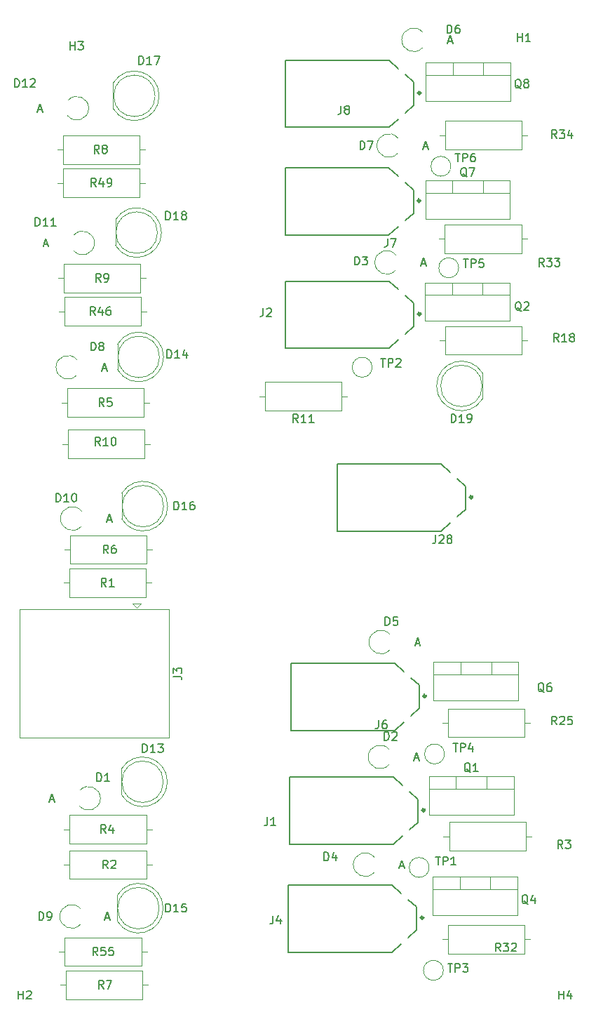
<source format=gto>
G04 #@! TF.GenerationSoftware,KiCad,Pcbnew,(6.0.5)*
G04 #@! TF.CreationDate,2023-06-10T16:45:34-04:00*
G04 #@! TF.ProjectId,CaelusRocketPCB,4361656c-7573-4526-9f63-6b6574504342,rev?*
G04 #@! TF.SameCoordinates,Original*
G04 #@! TF.FileFunction,Legend,Top*
G04 #@! TF.FilePolarity,Positive*
%FSLAX46Y46*%
G04 Gerber Fmt 4.6, Leading zero omitted, Abs format (unit mm)*
G04 Created by KiCad (PCBNEW (6.0.5)) date 2023-06-10 16:45:34*
%MOMM*%
%LPD*%
G01*
G04 APERTURE LIST*
%ADD10C,0.150000*%
%ADD11C,0.120000*%
%ADD12C,0.127000*%
%ADD13C,0.300000*%
%ADD14C,1.600000*%
%ADD15O,1.600000X1.600000*%
%ADD16R,1.800000X1.800000*%
%ADD17O,1.800000X1.800000*%
%ADD18C,5.000000*%
%ADD19R,1.905000X2.000000*%
%ADD20O,1.905000X2.000000*%
%ADD21C,2.000000*%
%ADD22R,5.516000X5.516000*%
%ADD23C,5.516000*%
%ADD24C,1.800000*%
%ADD25C,3.200000*%
%ADD26R,1.500000X1.500000*%
%ADD27C,1.500000*%
G04 APERTURE END LIST*
D10*
X143833333Y-141202380D02*
X143500000Y-140726190D01*
X143261904Y-141202380D02*
X143261904Y-140202380D01*
X143642857Y-140202380D01*
X143738095Y-140250000D01*
X143785714Y-140297619D01*
X143833333Y-140392857D01*
X143833333Y-140535714D01*
X143785714Y-140630952D01*
X143738095Y-140678571D01*
X143642857Y-140726190D01*
X143261904Y-140726190D01*
X144690476Y-140202380D02*
X144500000Y-140202380D01*
X144404761Y-140250000D01*
X144357142Y-140297619D01*
X144261904Y-140440476D01*
X144214285Y-140630952D01*
X144214285Y-141011904D01*
X144261904Y-141107142D01*
X144309523Y-141154761D01*
X144404761Y-141202380D01*
X144595238Y-141202380D01*
X144690476Y-141154761D01*
X144738095Y-141107142D01*
X144785714Y-141011904D01*
X144785714Y-140773809D01*
X144738095Y-140678571D01*
X144690476Y-140630952D01*
X144595238Y-140583333D01*
X144404761Y-140583333D01*
X144309523Y-140630952D01*
X144261904Y-140678571D01*
X144214285Y-140773809D01*
X137535714Y-134982380D02*
X137535714Y-133982380D01*
X137773809Y-133982380D01*
X137916666Y-134030000D01*
X138011904Y-134125238D01*
X138059523Y-134220476D01*
X138107142Y-134410952D01*
X138107142Y-134553809D01*
X138059523Y-134744285D01*
X138011904Y-134839523D01*
X137916666Y-134934761D01*
X137773809Y-134982380D01*
X137535714Y-134982380D01*
X139059523Y-134982380D02*
X138488095Y-134982380D01*
X138773809Y-134982380D02*
X138773809Y-133982380D01*
X138678571Y-134125238D01*
X138583333Y-134220476D01*
X138488095Y-134268095D01*
X139678571Y-133982380D02*
X139773809Y-133982380D01*
X139869047Y-134030000D01*
X139916666Y-134077619D01*
X139964285Y-134172857D01*
X140011904Y-134363333D01*
X140011904Y-134601428D01*
X139964285Y-134791904D01*
X139916666Y-134887142D01*
X139869047Y-134934761D01*
X139773809Y-134982380D01*
X139678571Y-134982380D01*
X139583333Y-134934761D01*
X139535714Y-134887142D01*
X139488095Y-134791904D01*
X139440476Y-134601428D01*
X139440476Y-134363333D01*
X139488095Y-134172857D01*
X139535714Y-134077619D01*
X139583333Y-134030000D01*
X139678571Y-133982380D01*
X143701904Y-137166666D02*
X144178095Y-137166666D01*
X143606666Y-137452380D02*
X143940000Y-136452380D01*
X144273333Y-137452380D01*
X173593148Y-106392135D02*
X173593148Y-105392135D01*
X173831244Y-105392135D01*
X173974101Y-105439755D01*
X174069339Y-105534993D01*
X174116958Y-105630231D01*
X174164577Y-105820707D01*
X174164577Y-105963564D01*
X174116958Y-106154040D01*
X174069339Y-106249278D01*
X173974101Y-106344516D01*
X173831244Y-106392135D01*
X173593148Y-106392135D01*
X174497910Y-105392135D02*
X175116958Y-105392135D01*
X174783624Y-105773088D01*
X174926482Y-105773088D01*
X175021720Y-105820707D01*
X175069339Y-105868326D01*
X175116958Y-105963564D01*
X175116958Y-106201659D01*
X175069339Y-106296897D01*
X175021720Y-106344516D01*
X174926482Y-106392135D01*
X174640767Y-106392135D01*
X174545529Y-106344516D01*
X174497910Y-106296897D01*
X181657148Y-106266421D02*
X182133339Y-106266421D01*
X181561910Y-106552135D02*
X181895244Y-105552135D01*
X182228577Y-106552135D01*
X196458120Y-106582380D02*
X196124787Y-106106190D01*
X195886692Y-106582380D02*
X195886692Y-105582380D01*
X196267644Y-105582380D01*
X196362882Y-105630000D01*
X196410501Y-105677619D01*
X196458120Y-105772857D01*
X196458120Y-105915714D01*
X196410501Y-106010952D01*
X196362882Y-106058571D01*
X196267644Y-106106190D01*
X195886692Y-106106190D01*
X196791454Y-105582380D02*
X197410501Y-105582380D01*
X197077168Y-105963333D01*
X197220025Y-105963333D01*
X197315263Y-106010952D01*
X197362882Y-106058571D01*
X197410501Y-106153809D01*
X197410501Y-106391904D01*
X197362882Y-106487142D01*
X197315263Y-106534761D01*
X197220025Y-106582380D01*
X196934311Y-106582380D01*
X196839073Y-106534761D01*
X196791454Y-106487142D01*
X197743835Y-105582380D02*
X198362882Y-105582380D01*
X198029549Y-105963333D01*
X198172406Y-105963333D01*
X198267644Y-106010952D01*
X198315263Y-106058571D01*
X198362882Y-106153809D01*
X198362882Y-106391904D01*
X198315263Y-106487142D01*
X198267644Y-106534761D01*
X198172406Y-106582380D01*
X197886692Y-106582380D01*
X197791454Y-106534761D01*
X197743835Y-106487142D01*
X139238095Y-80452380D02*
X139238095Y-79452380D01*
X139238095Y-79928571D02*
X139809523Y-79928571D01*
X139809523Y-80452380D02*
X139809523Y-79452380D01*
X140190476Y-79452380D02*
X140809523Y-79452380D01*
X140476190Y-79833333D01*
X140619047Y-79833333D01*
X140714285Y-79880952D01*
X140761904Y-79928571D01*
X140809523Y-80023809D01*
X140809523Y-80261904D01*
X140761904Y-80357142D01*
X140714285Y-80404761D01*
X140619047Y-80452380D01*
X140333333Y-80452380D01*
X140238095Y-80404761D01*
X140190476Y-80357142D01*
X194525840Y-183515619D02*
X194430602Y-183468000D01*
X194335364Y-183372761D01*
X194192507Y-183229904D01*
X194097269Y-183182285D01*
X194002031Y-183182285D01*
X194049650Y-183420380D02*
X193954412Y-183372761D01*
X193859174Y-183277523D01*
X193811555Y-183087047D01*
X193811555Y-182753714D01*
X193859174Y-182563238D01*
X193954412Y-182468000D01*
X194049650Y-182420380D01*
X194240126Y-182420380D01*
X194335364Y-182468000D01*
X194430602Y-182563238D01*
X194478221Y-182753714D01*
X194478221Y-183087047D01*
X194430602Y-183277523D01*
X194335364Y-183372761D01*
X194240126Y-183420380D01*
X194049650Y-183420380D01*
X195335364Y-182753714D02*
X195335364Y-183420380D01*
X195097269Y-182372761D02*
X194859174Y-183087047D01*
X195478221Y-183087047D01*
X142857142Y-128202380D02*
X142523809Y-127726190D01*
X142285714Y-128202380D02*
X142285714Y-127202380D01*
X142666666Y-127202380D01*
X142761904Y-127250000D01*
X142809523Y-127297619D01*
X142857142Y-127392857D01*
X142857142Y-127535714D01*
X142809523Y-127630952D01*
X142761904Y-127678571D01*
X142666666Y-127726190D01*
X142285714Y-127726190D01*
X143809523Y-128202380D02*
X143238095Y-128202380D01*
X143523809Y-128202380D02*
X143523809Y-127202380D01*
X143428571Y-127345238D01*
X143333333Y-127440476D01*
X143238095Y-127488095D01*
X144428571Y-127202380D02*
X144523809Y-127202380D01*
X144619047Y-127250000D01*
X144666666Y-127297619D01*
X144714285Y-127392857D01*
X144761904Y-127583333D01*
X144761904Y-127821428D01*
X144714285Y-128011904D01*
X144666666Y-128107142D01*
X144619047Y-128154761D01*
X144523809Y-128202380D01*
X144428571Y-128202380D01*
X144333333Y-128154761D01*
X144285714Y-128107142D01*
X144238095Y-128011904D01*
X144190476Y-127821428D01*
X144190476Y-127583333D01*
X144238095Y-127392857D01*
X144285714Y-127297619D01*
X144333333Y-127250000D01*
X144428571Y-127202380D01*
X198238095Y-194952380D02*
X198238095Y-193952380D01*
X198238095Y-194428571D02*
X198809523Y-194428571D01*
X198809523Y-194952380D02*
X198809523Y-193952380D01*
X199714285Y-194285714D02*
X199714285Y-194952380D01*
X199476190Y-193904761D02*
X199238095Y-194619047D01*
X199857142Y-194619047D01*
X185472295Y-164102580D02*
X186043723Y-164102580D01*
X185758009Y-165102580D02*
X185758009Y-164102580D01*
X186377057Y-165102580D02*
X186377057Y-164102580D01*
X186758009Y-164102580D01*
X186853247Y-164150200D01*
X186900866Y-164197819D01*
X186948485Y-164293057D01*
X186948485Y-164435914D01*
X186900866Y-164531152D01*
X186853247Y-164578771D01*
X186758009Y-164626390D01*
X186377057Y-164626390D01*
X187805628Y-164435914D02*
X187805628Y-165102580D01*
X187567533Y-164054961D02*
X187329438Y-164769247D01*
X187948485Y-164769247D01*
X162540758Y-111631807D02*
X162540758Y-112346588D01*
X162493106Y-112489544D01*
X162397802Y-112584848D01*
X162254846Y-112632500D01*
X162159542Y-112632500D01*
X162969627Y-111727111D02*
X163017279Y-111679459D01*
X163112583Y-111631807D01*
X163350843Y-111631807D01*
X163446147Y-111679459D01*
X163493799Y-111727111D01*
X163541451Y-111822415D01*
X163541451Y-111917719D01*
X163493799Y-112060675D01*
X162921975Y-112632500D01*
X163541451Y-112632500D01*
X174261904Y-92452380D02*
X174261904Y-91452380D01*
X174500000Y-91452380D01*
X174642857Y-91500000D01*
X174738095Y-91595238D01*
X174785714Y-91690476D01*
X174833333Y-91880952D01*
X174833333Y-92023809D01*
X174785714Y-92214285D01*
X174738095Y-92309523D01*
X174642857Y-92404761D01*
X174500000Y-92452380D01*
X174261904Y-92452380D01*
X175166666Y-91452380D02*
X175833333Y-91452380D01*
X175404761Y-92452380D01*
X181902882Y-92166666D02*
X182379073Y-92166666D01*
X181807644Y-92452380D02*
X182140978Y-91452380D01*
X182474311Y-92452380D01*
X151785714Y-135952380D02*
X151785714Y-134952380D01*
X152023809Y-134952380D01*
X152166666Y-135000000D01*
X152261904Y-135095238D01*
X152309523Y-135190476D01*
X152357142Y-135380952D01*
X152357142Y-135523809D01*
X152309523Y-135714285D01*
X152261904Y-135809523D01*
X152166666Y-135904761D01*
X152023809Y-135952380D01*
X151785714Y-135952380D01*
X153309523Y-135952380D02*
X152738095Y-135952380D01*
X153023809Y-135952380D02*
X153023809Y-134952380D01*
X152928571Y-135095238D01*
X152833333Y-135190476D01*
X152738095Y-135238095D01*
X154166666Y-134952380D02*
X153976190Y-134952380D01*
X153880952Y-135000000D01*
X153833333Y-135047619D01*
X153738095Y-135190476D01*
X153690476Y-135380952D01*
X153690476Y-135761904D01*
X153738095Y-135857142D01*
X153785714Y-135904761D01*
X153880952Y-135952380D01*
X154071428Y-135952380D01*
X154166666Y-135904761D01*
X154214285Y-135857142D01*
X154261904Y-135761904D01*
X154261904Y-135523809D01*
X154214285Y-135428571D01*
X154166666Y-135380952D01*
X154071428Y-135333333D01*
X153880952Y-135333333D01*
X153785714Y-135380952D01*
X153738095Y-135428571D01*
X153690476Y-135523809D01*
X166757142Y-125422380D02*
X166423809Y-124946190D01*
X166185714Y-125422380D02*
X166185714Y-124422380D01*
X166566666Y-124422380D01*
X166661904Y-124470000D01*
X166709523Y-124517619D01*
X166757142Y-124612857D01*
X166757142Y-124755714D01*
X166709523Y-124850952D01*
X166661904Y-124898571D01*
X166566666Y-124946190D01*
X166185714Y-124946190D01*
X167709523Y-125422380D02*
X167138095Y-125422380D01*
X167423809Y-125422380D02*
X167423809Y-124422380D01*
X167328571Y-124565238D01*
X167233333Y-124660476D01*
X167138095Y-124708095D01*
X168661904Y-125422380D02*
X168090476Y-125422380D01*
X168376190Y-125422380D02*
X168376190Y-124422380D01*
X168280952Y-124565238D01*
X168185714Y-124660476D01*
X168090476Y-124708095D01*
X150785714Y-184452380D02*
X150785714Y-183452380D01*
X151023809Y-183452380D01*
X151166666Y-183500000D01*
X151261904Y-183595238D01*
X151309523Y-183690476D01*
X151357142Y-183880952D01*
X151357142Y-184023809D01*
X151309523Y-184214285D01*
X151261904Y-184309523D01*
X151166666Y-184404761D01*
X151023809Y-184452380D01*
X150785714Y-184452380D01*
X152309523Y-184452380D02*
X151738095Y-184452380D01*
X152023809Y-184452380D02*
X152023809Y-183452380D01*
X151928571Y-183595238D01*
X151833333Y-183690476D01*
X151738095Y-183738095D01*
X153214285Y-183452380D02*
X152738095Y-183452380D01*
X152690476Y-183928571D01*
X152738095Y-183880952D01*
X152833333Y-183833333D01*
X153071428Y-183833333D01*
X153166666Y-183880952D01*
X153214285Y-183928571D01*
X153261904Y-184023809D01*
X153261904Y-184261904D01*
X153214285Y-184357142D01*
X153166666Y-184404761D01*
X153071428Y-184452380D01*
X152833333Y-184452380D01*
X152738095Y-184404761D01*
X152690476Y-184357142D01*
X142933333Y-108452380D02*
X142600000Y-107976190D01*
X142361904Y-108452380D02*
X142361904Y-107452380D01*
X142742857Y-107452380D01*
X142838095Y-107500000D01*
X142885714Y-107547619D01*
X142933333Y-107642857D01*
X142933333Y-107785714D01*
X142885714Y-107880952D01*
X142838095Y-107928571D01*
X142742857Y-107976190D01*
X142361904Y-107976190D01*
X143409523Y-108452380D02*
X143600000Y-108452380D01*
X143695238Y-108404761D01*
X143742857Y-108357142D01*
X143838095Y-108214285D01*
X143885714Y-108023809D01*
X143885714Y-107642857D01*
X143838095Y-107547619D01*
X143790476Y-107500000D01*
X143695238Y-107452380D01*
X143504761Y-107452380D01*
X143409523Y-107500000D01*
X143361904Y-107547619D01*
X143314285Y-107642857D01*
X143314285Y-107880952D01*
X143361904Y-107976190D01*
X143409523Y-108023809D01*
X143504761Y-108071428D01*
X143695238Y-108071428D01*
X143790476Y-108023809D01*
X143838095Y-107976190D01*
X143885714Y-107880952D01*
X132535714Y-84952380D02*
X132535714Y-83952380D01*
X132773809Y-83952380D01*
X132916666Y-84000000D01*
X133011904Y-84095238D01*
X133059523Y-84190476D01*
X133107142Y-84380952D01*
X133107142Y-84523809D01*
X133059523Y-84714285D01*
X133011904Y-84809523D01*
X132916666Y-84904761D01*
X132773809Y-84952380D01*
X132535714Y-84952380D01*
X134059523Y-84952380D02*
X133488095Y-84952380D01*
X133773809Y-84952380D02*
X133773809Y-83952380D01*
X133678571Y-84095238D01*
X133583333Y-84190476D01*
X133488095Y-84238095D01*
X134440476Y-84047619D02*
X134488095Y-84000000D01*
X134583333Y-83952380D01*
X134821428Y-83952380D01*
X134916666Y-84000000D01*
X134964285Y-84047619D01*
X135011904Y-84142857D01*
X135011904Y-84238095D01*
X134964285Y-84380952D01*
X134392857Y-84952380D01*
X135011904Y-84952380D01*
X135366904Y-87666666D02*
X135843095Y-87666666D01*
X135271666Y-87952380D02*
X135605000Y-86952380D01*
X135938333Y-87952380D01*
X187572840Y-167611108D02*
X187477602Y-167563489D01*
X187382364Y-167468250D01*
X187239507Y-167325393D01*
X187144269Y-167277774D01*
X187049031Y-167277774D01*
X187096650Y-167515869D02*
X187001412Y-167468250D01*
X186906174Y-167373012D01*
X186858555Y-167182536D01*
X186858555Y-166849203D01*
X186906174Y-166658727D01*
X187001412Y-166563489D01*
X187096650Y-166515869D01*
X187287126Y-166515869D01*
X187382364Y-166563489D01*
X187477602Y-166658727D01*
X187525221Y-166849203D01*
X187525221Y-167182536D01*
X187477602Y-167373012D01*
X187382364Y-167468250D01*
X187287126Y-167515869D01*
X187096650Y-167515869D01*
X188477602Y-167515869D02*
X187906174Y-167515869D01*
X188191888Y-167515869D02*
X188191888Y-166515869D01*
X188096650Y-166658727D01*
X188001412Y-166753965D01*
X187906174Y-166801584D01*
X198711412Y-176785869D02*
X198378079Y-176309679D01*
X198139983Y-176785869D02*
X198139983Y-175785869D01*
X198520936Y-175785869D01*
X198616174Y-175833489D01*
X198663793Y-175881108D01*
X198711412Y-175976346D01*
X198711412Y-176119203D01*
X198663793Y-176214441D01*
X198616174Y-176262060D01*
X198520936Y-176309679D01*
X198139983Y-176309679D01*
X199044745Y-175785869D02*
X199663793Y-175785869D01*
X199330459Y-176166822D01*
X199473317Y-176166822D01*
X199568555Y-176214441D01*
X199616174Y-176262060D01*
X199663793Y-176357298D01*
X199663793Y-176595393D01*
X199616174Y-176690631D01*
X199568555Y-176738250D01*
X199473317Y-176785869D01*
X199187602Y-176785869D01*
X199092364Y-176738250D01*
X199044745Y-176690631D01*
X150785714Y-100952380D02*
X150785714Y-99952380D01*
X151023809Y-99952380D01*
X151166666Y-100000000D01*
X151261904Y-100095238D01*
X151309523Y-100190476D01*
X151357142Y-100380952D01*
X151357142Y-100523809D01*
X151309523Y-100714285D01*
X151261904Y-100809523D01*
X151166666Y-100904761D01*
X151023809Y-100952380D01*
X150785714Y-100952380D01*
X152309523Y-100952380D02*
X151738095Y-100952380D01*
X152023809Y-100952380D02*
X152023809Y-99952380D01*
X151928571Y-100095238D01*
X151833333Y-100190476D01*
X151738095Y-100238095D01*
X152880952Y-100380952D02*
X152785714Y-100333333D01*
X152738095Y-100285714D01*
X152690476Y-100190476D01*
X152690476Y-100142857D01*
X152738095Y-100047619D01*
X152785714Y-100000000D01*
X152880952Y-99952380D01*
X153071428Y-99952380D01*
X153166666Y-100000000D01*
X153214285Y-100047619D01*
X153261904Y-100142857D01*
X153261904Y-100190476D01*
X153214285Y-100285714D01*
X153166666Y-100333333D01*
X153071428Y-100380952D01*
X152880952Y-100380952D01*
X152785714Y-100428571D01*
X152738095Y-100476190D01*
X152690476Y-100571428D01*
X152690476Y-100761904D01*
X152738095Y-100857142D01*
X152785714Y-100904761D01*
X152880952Y-100952380D01*
X153071428Y-100952380D01*
X153166666Y-100904761D01*
X153214285Y-100857142D01*
X153261904Y-100761904D01*
X153261904Y-100571428D01*
X153214285Y-100476190D01*
X153166666Y-100428571D01*
X153071428Y-100380952D01*
X163726435Y-184900001D02*
X163726435Y-185614782D01*
X163678783Y-185757738D01*
X163583479Y-185853042D01*
X163440523Y-185900694D01*
X163345219Y-185900694D01*
X164631824Y-185233565D02*
X164631824Y-185900694D01*
X164393564Y-184852349D02*
X164155304Y-185567130D01*
X164774780Y-185567130D01*
X177181904Y-163732380D02*
X177181904Y-162732380D01*
X177420000Y-162732380D01*
X177562857Y-162780000D01*
X177658095Y-162875238D01*
X177705714Y-162970476D01*
X177753333Y-163160952D01*
X177753333Y-163303809D01*
X177705714Y-163494285D01*
X177658095Y-163589523D01*
X177562857Y-163684761D01*
X177420000Y-163732380D01*
X177181904Y-163732380D01*
X178134285Y-162827619D02*
X178181904Y-162780000D01*
X178277142Y-162732380D01*
X178515238Y-162732380D01*
X178610476Y-162780000D01*
X178658095Y-162827619D01*
X178705714Y-162922857D01*
X178705714Y-163018095D01*
X178658095Y-163160952D01*
X178086666Y-163732380D01*
X178705714Y-163732380D01*
X180851904Y-165916666D02*
X181328095Y-165916666D01*
X180756666Y-166202380D02*
X181090000Y-165202380D01*
X181423333Y-166202380D01*
X143543333Y-174952380D02*
X143210000Y-174476190D01*
X142971904Y-174952380D02*
X142971904Y-173952380D01*
X143352857Y-173952380D01*
X143448095Y-174000000D01*
X143495714Y-174047619D01*
X143543333Y-174142857D01*
X143543333Y-174285714D01*
X143495714Y-174380952D01*
X143448095Y-174428571D01*
X143352857Y-174476190D01*
X142971904Y-174476190D01*
X144400476Y-174285714D02*
X144400476Y-174952380D01*
X144162380Y-173904761D02*
X143924285Y-174619047D01*
X144543333Y-174619047D01*
X143793333Y-179202380D02*
X143460000Y-178726190D01*
X143221904Y-179202380D02*
X143221904Y-178202380D01*
X143602857Y-178202380D01*
X143698095Y-178250000D01*
X143745714Y-178297619D01*
X143793333Y-178392857D01*
X143793333Y-178535714D01*
X143745714Y-178630952D01*
X143698095Y-178678571D01*
X143602857Y-178726190D01*
X143221904Y-178726190D01*
X144174285Y-178297619D02*
X144221904Y-178250000D01*
X144317142Y-178202380D01*
X144555238Y-178202380D01*
X144650476Y-178250000D01*
X144698095Y-178297619D01*
X144745714Y-178392857D01*
X144745714Y-178488095D01*
X144698095Y-178630952D01*
X144126666Y-179202380D01*
X144745714Y-179202380D01*
X135471904Y-185452380D02*
X135471904Y-184452380D01*
X135710000Y-184452380D01*
X135852857Y-184500000D01*
X135948095Y-184595238D01*
X135995714Y-184690476D01*
X136043333Y-184880952D01*
X136043333Y-185023809D01*
X135995714Y-185214285D01*
X135948095Y-185309523D01*
X135852857Y-185404761D01*
X135710000Y-185452380D01*
X135471904Y-185452380D01*
X136519523Y-185452380D02*
X136710000Y-185452380D01*
X136805238Y-185404761D01*
X136852857Y-185357142D01*
X136948095Y-185214285D01*
X136995714Y-185023809D01*
X136995714Y-184642857D01*
X136948095Y-184547619D01*
X136900476Y-184500000D01*
X136805238Y-184452380D01*
X136614761Y-184452380D01*
X136519523Y-184500000D01*
X136471904Y-184547619D01*
X136424285Y-184642857D01*
X136424285Y-184880952D01*
X136471904Y-184976190D01*
X136519523Y-185023809D01*
X136614761Y-185071428D01*
X136805238Y-185071428D01*
X136900476Y-185023809D01*
X136948095Y-184976190D01*
X136995714Y-184880952D01*
X143471904Y-185166666D02*
X143948095Y-185166666D01*
X143376666Y-185452380D02*
X143710000Y-184452380D01*
X144043333Y-185452380D01*
X142357142Y-96952380D02*
X142023809Y-96476190D01*
X141785714Y-96952380D02*
X141785714Y-95952380D01*
X142166666Y-95952380D01*
X142261904Y-96000000D01*
X142309523Y-96047619D01*
X142357142Y-96142857D01*
X142357142Y-96285714D01*
X142309523Y-96380952D01*
X142261904Y-96428571D01*
X142166666Y-96476190D01*
X141785714Y-96476190D01*
X143214285Y-96285714D02*
X143214285Y-96952380D01*
X142976190Y-95904761D02*
X142738095Y-96619047D01*
X143357142Y-96619047D01*
X143785714Y-96952380D02*
X143976190Y-96952380D01*
X144071428Y-96904761D01*
X144119047Y-96857142D01*
X144214285Y-96714285D01*
X144261904Y-96523809D01*
X144261904Y-96142857D01*
X144214285Y-96047619D01*
X144166666Y-96000000D01*
X144071428Y-95952380D01*
X143880952Y-95952380D01*
X143785714Y-96000000D01*
X143738095Y-96047619D01*
X143690476Y-96142857D01*
X143690476Y-96380952D01*
X143738095Y-96476190D01*
X143785714Y-96523809D01*
X143880952Y-96571428D01*
X144071428Y-96571428D01*
X144166666Y-96523809D01*
X144214285Y-96476190D01*
X144261904Y-96380952D01*
X143583333Y-145202380D02*
X143250000Y-144726190D01*
X143011904Y-145202380D02*
X143011904Y-144202380D01*
X143392857Y-144202380D01*
X143488095Y-144250000D01*
X143535714Y-144297619D01*
X143583333Y-144392857D01*
X143583333Y-144535714D01*
X143535714Y-144630952D01*
X143488095Y-144678571D01*
X143392857Y-144726190D01*
X143011904Y-144726190D01*
X144535714Y-145202380D02*
X143964285Y-145202380D01*
X144250000Y-145202380D02*
X144250000Y-144202380D01*
X144154761Y-144345238D01*
X144059523Y-144440476D01*
X143964285Y-144488095D01*
X185265714Y-125412380D02*
X185265714Y-124412380D01*
X185503809Y-124412380D01*
X185646666Y-124460000D01*
X185741904Y-124555238D01*
X185789523Y-124650476D01*
X185837142Y-124840952D01*
X185837142Y-124983809D01*
X185789523Y-125174285D01*
X185741904Y-125269523D01*
X185646666Y-125364761D01*
X185503809Y-125412380D01*
X185265714Y-125412380D01*
X186789523Y-125412380D02*
X186218095Y-125412380D01*
X186503809Y-125412380D02*
X186503809Y-124412380D01*
X186408571Y-124555238D01*
X186313333Y-124650476D01*
X186218095Y-124698095D01*
X187265714Y-125412380D02*
X187456190Y-125412380D01*
X187551428Y-125364761D01*
X187599047Y-125317142D01*
X187694285Y-125174285D01*
X187741904Y-124983809D01*
X187741904Y-124602857D01*
X187694285Y-124507619D01*
X187646666Y-124460000D01*
X187551428Y-124412380D01*
X187360952Y-124412380D01*
X187265714Y-124460000D01*
X187218095Y-124507619D01*
X187170476Y-124602857D01*
X187170476Y-124840952D01*
X187218095Y-124936190D01*
X187265714Y-124983809D01*
X187360952Y-125031428D01*
X187551428Y-125031428D01*
X187646666Y-124983809D01*
X187694285Y-124936190D01*
X187741904Y-124840952D01*
X191207142Y-189202380D02*
X190873809Y-188726190D01*
X190635714Y-189202380D02*
X190635714Y-188202380D01*
X191016666Y-188202380D01*
X191111904Y-188250000D01*
X191159523Y-188297619D01*
X191207142Y-188392857D01*
X191207142Y-188535714D01*
X191159523Y-188630952D01*
X191111904Y-188678571D01*
X191016666Y-188726190D01*
X190635714Y-188726190D01*
X191540476Y-188202380D02*
X192159523Y-188202380D01*
X191826190Y-188583333D01*
X191969047Y-188583333D01*
X192064285Y-188630952D01*
X192111904Y-188678571D01*
X192159523Y-188773809D01*
X192159523Y-189011904D01*
X192111904Y-189107142D01*
X192064285Y-189154761D01*
X191969047Y-189202380D01*
X191683333Y-189202380D01*
X191588095Y-189154761D01*
X191540476Y-189107142D01*
X192540476Y-188297619D02*
X192588095Y-188250000D01*
X192683333Y-188202380D01*
X192921428Y-188202380D01*
X193016666Y-188250000D01*
X193064285Y-188297619D01*
X193111904Y-188392857D01*
X193111904Y-188488095D01*
X193064285Y-188630952D01*
X192492857Y-189202380D01*
X193111904Y-189202380D01*
X142733333Y-92952380D02*
X142400000Y-92476190D01*
X142161904Y-92952380D02*
X142161904Y-91952380D01*
X142542857Y-91952380D01*
X142638095Y-92000000D01*
X142685714Y-92047619D01*
X142733333Y-92142857D01*
X142733333Y-92285714D01*
X142685714Y-92380952D01*
X142638095Y-92428571D01*
X142542857Y-92476190D01*
X142161904Y-92476190D01*
X143304761Y-92380952D02*
X143209523Y-92333333D01*
X143161904Y-92285714D01*
X143114285Y-92190476D01*
X143114285Y-92142857D01*
X143161904Y-92047619D01*
X143209523Y-92000000D01*
X143304761Y-91952380D01*
X143495238Y-91952380D01*
X143590476Y-92000000D01*
X143638095Y-92047619D01*
X143685714Y-92142857D01*
X143685714Y-92190476D01*
X143638095Y-92285714D01*
X143590476Y-92333333D01*
X143495238Y-92380952D01*
X143304761Y-92380952D01*
X143209523Y-92428571D01*
X143161904Y-92476190D01*
X143114285Y-92571428D01*
X143114285Y-92761904D01*
X143161904Y-92857142D01*
X143209523Y-92904761D01*
X143304761Y-92952380D01*
X143495238Y-92952380D01*
X143590476Y-92904761D01*
X143638095Y-92857142D01*
X143685714Y-92761904D01*
X143685714Y-92571428D01*
X143638095Y-92476190D01*
X143590476Y-92428571D01*
X143495238Y-92380952D01*
X142257142Y-112452380D02*
X141923809Y-111976190D01*
X141685714Y-112452380D02*
X141685714Y-111452380D01*
X142066666Y-111452380D01*
X142161904Y-111500000D01*
X142209523Y-111547619D01*
X142257142Y-111642857D01*
X142257142Y-111785714D01*
X142209523Y-111880952D01*
X142161904Y-111928571D01*
X142066666Y-111976190D01*
X141685714Y-111976190D01*
X143114285Y-111785714D02*
X143114285Y-112452380D01*
X142876190Y-111404761D02*
X142638095Y-112119047D01*
X143257142Y-112119047D01*
X144066666Y-111452380D02*
X143876190Y-111452380D01*
X143780952Y-111500000D01*
X143733333Y-111547619D01*
X143638095Y-111690476D01*
X143590476Y-111880952D01*
X143590476Y-112261904D01*
X143638095Y-112357142D01*
X143685714Y-112404761D01*
X143780952Y-112452380D01*
X143971428Y-112452380D01*
X144066666Y-112404761D01*
X144114285Y-112357142D01*
X144161904Y-112261904D01*
X144161904Y-112023809D01*
X144114285Y-111928571D01*
X144066666Y-111880952D01*
X143971428Y-111833333D01*
X143780952Y-111833333D01*
X143685714Y-111880952D01*
X143638095Y-111928571D01*
X143590476Y-112023809D01*
X193694761Y-85129619D02*
X193599523Y-85082000D01*
X193504285Y-84986761D01*
X193361428Y-84843904D01*
X193266190Y-84796285D01*
X193170952Y-84796285D01*
X193218571Y-85034380D02*
X193123333Y-84986761D01*
X193028095Y-84891523D01*
X192980476Y-84701047D01*
X192980476Y-84367714D01*
X193028095Y-84177238D01*
X193123333Y-84082000D01*
X193218571Y-84034380D01*
X193409047Y-84034380D01*
X193504285Y-84082000D01*
X193599523Y-84177238D01*
X193647142Y-84367714D01*
X193647142Y-84701047D01*
X193599523Y-84891523D01*
X193504285Y-84986761D01*
X193409047Y-85034380D01*
X193218571Y-85034380D01*
X194218571Y-84462952D02*
X194123333Y-84415333D01*
X194075714Y-84367714D01*
X194028095Y-84272476D01*
X194028095Y-84224857D01*
X194075714Y-84129619D01*
X194123333Y-84082000D01*
X194218571Y-84034380D01*
X194409047Y-84034380D01*
X194504285Y-84082000D01*
X194551904Y-84129619D01*
X194599523Y-84224857D01*
X194599523Y-84272476D01*
X194551904Y-84367714D01*
X194504285Y-84415333D01*
X194409047Y-84462952D01*
X194218571Y-84462952D01*
X194123333Y-84510571D01*
X194075714Y-84558190D01*
X194028095Y-84653428D01*
X194028095Y-84843904D01*
X194075714Y-84939142D01*
X194123333Y-84986761D01*
X194218571Y-85034380D01*
X194409047Y-85034380D01*
X194504285Y-84986761D01*
X194551904Y-84939142D01*
X194599523Y-84843904D01*
X194599523Y-84653428D01*
X194551904Y-84558190D01*
X194504285Y-84510571D01*
X194409047Y-84462952D01*
X197985342Y-161846580D02*
X197652009Y-161370390D01*
X197413914Y-161846580D02*
X197413914Y-160846580D01*
X197794866Y-160846580D01*
X197890104Y-160894200D01*
X197937723Y-160941819D01*
X197985342Y-161037057D01*
X197985342Y-161179914D01*
X197937723Y-161275152D01*
X197890104Y-161322771D01*
X197794866Y-161370390D01*
X197413914Y-161370390D01*
X198366295Y-160941819D02*
X198413914Y-160894200D01*
X198509152Y-160846580D01*
X198747247Y-160846580D01*
X198842485Y-160894200D01*
X198890104Y-160941819D01*
X198937723Y-161037057D01*
X198937723Y-161132295D01*
X198890104Y-161275152D01*
X198318676Y-161846580D01*
X198937723Y-161846580D01*
X199842485Y-160846580D02*
X199366295Y-160846580D01*
X199318676Y-161322771D01*
X199366295Y-161275152D01*
X199461533Y-161227533D01*
X199699628Y-161227533D01*
X199794866Y-161275152D01*
X199842485Y-161322771D01*
X199890104Y-161418009D01*
X199890104Y-161656104D01*
X199842485Y-161751342D01*
X199794866Y-161798961D01*
X199699628Y-161846580D01*
X199461533Y-161846580D01*
X199366295Y-161798961D01*
X199318676Y-161751342D01*
X143333333Y-123452380D02*
X143000000Y-122976190D01*
X142761904Y-123452380D02*
X142761904Y-122452380D01*
X143142857Y-122452380D01*
X143238095Y-122500000D01*
X143285714Y-122547619D01*
X143333333Y-122642857D01*
X143333333Y-122785714D01*
X143285714Y-122880952D01*
X143238095Y-122928571D01*
X143142857Y-122976190D01*
X142761904Y-122976190D01*
X144238095Y-122452380D02*
X143761904Y-122452380D01*
X143714285Y-122928571D01*
X143761904Y-122880952D01*
X143857142Y-122833333D01*
X144095238Y-122833333D01*
X144190476Y-122880952D01*
X144238095Y-122928571D01*
X144285714Y-123023809D01*
X144285714Y-123261904D01*
X144238095Y-123357142D01*
X144190476Y-123404761D01*
X144095238Y-123452380D01*
X143857142Y-123452380D01*
X143761904Y-123404761D01*
X143714285Y-123357142D01*
X185738095Y-92952380D02*
X186309523Y-92952380D01*
X186023809Y-93952380D02*
X186023809Y-92952380D01*
X186642857Y-93952380D02*
X186642857Y-92952380D01*
X187023809Y-92952380D01*
X187119047Y-93000000D01*
X187166666Y-93047619D01*
X187214285Y-93142857D01*
X187214285Y-93285714D01*
X187166666Y-93380952D01*
X187119047Y-93428571D01*
X187023809Y-93476190D01*
X186642857Y-93476190D01*
X188071428Y-92952380D02*
X187880952Y-92952380D01*
X187785714Y-93000000D01*
X187738095Y-93047619D01*
X187642857Y-93190476D01*
X187595238Y-93380952D01*
X187595238Y-93761904D01*
X187642857Y-93857142D01*
X187690476Y-93904761D01*
X187785714Y-93952380D01*
X187976190Y-93952380D01*
X188071428Y-93904761D01*
X188119047Y-93857142D01*
X188166666Y-93761904D01*
X188166666Y-93523809D01*
X188119047Y-93428571D01*
X188071428Y-93380952D01*
X187976190Y-93333333D01*
X187785714Y-93333333D01*
X187690476Y-93380952D01*
X187642857Y-93428571D01*
X187595238Y-93523809D01*
X193238095Y-79452380D02*
X193238095Y-78452380D01*
X193238095Y-78928571D02*
X193809523Y-78928571D01*
X193809523Y-79452380D02*
X193809523Y-78452380D01*
X194809523Y-79452380D02*
X194238095Y-79452380D01*
X194523809Y-79452380D02*
X194523809Y-78452380D01*
X194428571Y-78595238D01*
X194333333Y-78690476D01*
X194238095Y-78738095D01*
X177545833Y-103240491D02*
X177545833Y-103955272D01*
X177498181Y-104098228D01*
X177402877Y-104193532D01*
X177259921Y-104241184D01*
X177164617Y-104241184D01*
X177927050Y-103240491D02*
X178594178Y-103240491D01*
X178165310Y-104241184D01*
X169906904Y-178268380D02*
X169906904Y-177268380D01*
X170145000Y-177268380D01*
X170287857Y-177316000D01*
X170383095Y-177411238D01*
X170430714Y-177506476D01*
X170478333Y-177696952D01*
X170478333Y-177839809D01*
X170430714Y-178030285D01*
X170383095Y-178125523D01*
X170287857Y-178220761D01*
X170145000Y-178268380D01*
X169906904Y-178268380D01*
X171335476Y-177601714D02*
X171335476Y-178268380D01*
X171097380Y-177220761D02*
X170859285Y-177935047D01*
X171478333Y-177935047D01*
X179051904Y-178916666D02*
X179528095Y-178916666D01*
X178956666Y-179202380D02*
X179290000Y-178202380D01*
X179623333Y-179202380D01*
X183368335Y-138990491D02*
X183368335Y-139705272D01*
X183320683Y-139848228D01*
X183225379Y-139943532D01*
X183082422Y-139991184D01*
X182987118Y-139991184D01*
X183797203Y-139085795D02*
X183844855Y-139038143D01*
X183940159Y-138990491D01*
X184178420Y-138990491D01*
X184273724Y-139038143D01*
X184321376Y-139085795D01*
X184369028Y-139181099D01*
X184369028Y-139276403D01*
X184321376Y-139419359D01*
X183749551Y-139991184D01*
X184369028Y-139991184D01*
X184940852Y-139419359D02*
X184845548Y-139371707D01*
X184797896Y-139324055D01*
X184750244Y-139228751D01*
X184750244Y-139181099D01*
X184797896Y-139085795D01*
X184845548Y-139038143D01*
X184940852Y-138990491D01*
X185131460Y-138990491D01*
X185226765Y-139038143D01*
X185274417Y-139085795D01*
X185322069Y-139181099D01*
X185322069Y-139228751D01*
X185274417Y-139324055D01*
X185226765Y-139371707D01*
X185131460Y-139419359D01*
X184940852Y-139419359D01*
X184845548Y-139467011D01*
X184797896Y-139514663D01*
X184750244Y-139609968D01*
X184750244Y-139800576D01*
X184797896Y-139895880D01*
X184845548Y-139943532D01*
X184940852Y-139991184D01*
X185131460Y-139991184D01*
X185226765Y-139943532D01*
X185274417Y-139895880D01*
X185322069Y-139800576D01*
X185322069Y-139609968D01*
X185274417Y-139514663D01*
X185226765Y-139467011D01*
X185131460Y-139419359D01*
X197985142Y-91130380D02*
X197651809Y-90654190D01*
X197413714Y-91130380D02*
X197413714Y-90130380D01*
X197794666Y-90130380D01*
X197889904Y-90178000D01*
X197937523Y-90225619D01*
X197985142Y-90320857D01*
X197985142Y-90463714D01*
X197937523Y-90558952D01*
X197889904Y-90606571D01*
X197794666Y-90654190D01*
X197413714Y-90654190D01*
X198318476Y-90130380D02*
X198937523Y-90130380D01*
X198604190Y-90511333D01*
X198747047Y-90511333D01*
X198842285Y-90558952D01*
X198889904Y-90606571D01*
X198937523Y-90701809D01*
X198937523Y-90939904D01*
X198889904Y-91035142D01*
X198842285Y-91082761D01*
X198747047Y-91130380D01*
X198461333Y-91130380D01*
X198366095Y-91082761D01*
X198318476Y-91035142D01*
X199794666Y-90463714D02*
X199794666Y-91130380D01*
X199556571Y-90082761D02*
X199318476Y-90797047D01*
X199937523Y-90797047D01*
X142471904Y-168702380D02*
X142471904Y-167702380D01*
X142710000Y-167702380D01*
X142852857Y-167750000D01*
X142948095Y-167845238D01*
X142995714Y-167940476D01*
X143043333Y-168130952D01*
X143043333Y-168273809D01*
X142995714Y-168464285D01*
X142948095Y-168559523D01*
X142852857Y-168654761D01*
X142710000Y-168702380D01*
X142471904Y-168702380D01*
X143995714Y-168702380D02*
X143424285Y-168702380D01*
X143710000Y-168702380D02*
X143710000Y-167702380D01*
X143614761Y-167845238D01*
X143519523Y-167940476D01*
X143424285Y-167988095D01*
X136781904Y-170916666D02*
X137258095Y-170916666D01*
X136686666Y-171202380D02*
X137020000Y-170202380D01*
X137353333Y-171202380D01*
X147535714Y-82202380D02*
X147535714Y-81202380D01*
X147773809Y-81202380D01*
X147916666Y-81250000D01*
X148011904Y-81345238D01*
X148059523Y-81440476D01*
X148107142Y-81630952D01*
X148107142Y-81773809D01*
X148059523Y-81964285D01*
X148011904Y-82059523D01*
X147916666Y-82154761D01*
X147773809Y-82202380D01*
X147535714Y-82202380D01*
X149059523Y-82202380D02*
X148488095Y-82202380D01*
X148773809Y-82202380D02*
X148773809Y-81202380D01*
X148678571Y-81345238D01*
X148583333Y-81440476D01*
X148488095Y-81488095D01*
X149392857Y-81202380D02*
X150059523Y-81202380D01*
X149630952Y-82202380D01*
X176738095Y-117702380D02*
X177309523Y-117702380D01*
X177023809Y-118702380D02*
X177023809Y-117702380D01*
X177642857Y-118702380D02*
X177642857Y-117702380D01*
X178023809Y-117702380D01*
X178119047Y-117750000D01*
X178166666Y-117797619D01*
X178214285Y-117892857D01*
X178214285Y-118035714D01*
X178166666Y-118130952D01*
X178119047Y-118178571D01*
X178023809Y-118226190D01*
X177642857Y-118226190D01*
X178595238Y-117797619D02*
X178642857Y-117750000D01*
X178738095Y-117702380D01*
X178976190Y-117702380D01*
X179071428Y-117750000D01*
X179119047Y-117797619D01*
X179166666Y-117892857D01*
X179166666Y-117988095D01*
X179119047Y-118130952D01*
X178547619Y-118702380D01*
X179166666Y-118702380D01*
X150931714Y-117642380D02*
X150931714Y-116642380D01*
X151169809Y-116642380D01*
X151312666Y-116690000D01*
X151407904Y-116785238D01*
X151455523Y-116880476D01*
X151503142Y-117070952D01*
X151503142Y-117213809D01*
X151455523Y-117404285D01*
X151407904Y-117499523D01*
X151312666Y-117594761D01*
X151169809Y-117642380D01*
X150931714Y-117642380D01*
X152455523Y-117642380D02*
X151884095Y-117642380D01*
X152169809Y-117642380D02*
X152169809Y-116642380D01*
X152074571Y-116785238D01*
X151979333Y-116880476D01*
X151884095Y-116928095D01*
X153312666Y-116975714D02*
X153312666Y-117642380D01*
X153074571Y-116594761D02*
X152836476Y-117309047D01*
X153455523Y-117309047D01*
X198216221Y-115679431D02*
X197882888Y-115203241D01*
X197644793Y-115679431D02*
X197644793Y-114679431D01*
X198025745Y-114679431D01*
X198120983Y-114727051D01*
X198168602Y-114774670D01*
X198216221Y-114869908D01*
X198216221Y-115012765D01*
X198168602Y-115108003D01*
X198120983Y-115155622D01*
X198025745Y-115203241D01*
X197644793Y-115203241D01*
X199168602Y-115679431D02*
X198597174Y-115679431D01*
X198882888Y-115679431D02*
X198882888Y-114679431D01*
X198787650Y-114822289D01*
X198692412Y-114917527D01*
X198597174Y-114965146D01*
X199740031Y-115108003D02*
X199644793Y-115060384D01*
X199597174Y-115012765D01*
X199549555Y-114917527D01*
X199549555Y-114869908D01*
X199597174Y-114774670D01*
X199644793Y-114727051D01*
X199740031Y-114679431D01*
X199930507Y-114679431D01*
X200025745Y-114727051D01*
X200073364Y-114774670D01*
X200120983Y-114869908D01*
X200120983Y-114917527D01*
X200073364Y-115012765D01*
X200025745Y-115060384D01*
X199930507Y-115108003D01*
X199740031Y-115108003D01*
X199644793Y-115155622D01*
X199597174Y-115203241D01*
X199549555Y-115298479D01*
X199549555Y-115488955D01*
X199597174Y-115584193D01*
X199644793Y-115631812D01*
X199740031Y-115679431D01*
X199930507Y-115679431D01*
X200025745Y-115631812D01*
X200073364Y-115584193D01*
X200120983Y-115488955D01*
X200120983Y-115298479D01*
X200073364Y-115203241D01*
X200025745Y-115155622D01*
X199930507Y-115108003D01*
X151702380Y-156028333D02*
X152416666Y-156028333D01*
X152559523Y-156075952D01*
X152654761Y-156171190D01*
X152702380Y-156314047D01*
X152702380Y-156409285D01*
X151702380Y-155647380D02*
X151702380Y-155028333D01*
X152083333Y-155361666D01*
X152083333Y-155218809D01*
X152130952Y-155123571D01*
X152178571Y-155075952D01*
X152273809Y-155028333D01*
X152511904Y-155028333D01*
X152607142Y-155075952D01*
X152654761Y-155123571D01*
X152702380Y-155218809D01*
X152702380Y-155504523D01*
X152654761Y-155599761D01*
X152607142Y-155647380D01*
X147995714Y-165202380D02*
X147995714Y-164202380D01*
X148233809Y-164202380D01*
X148376666Y-164250000D01*
X148471904Y-164345238D01*
X148519523Y-164440476D01*
X148567142Y-164630952D01*
X148567142Y-164773809D01*
X148519523Y-164964285D01*
X148471904Y-165059523D01*
X148376666Y-165154761D01*
X148233809Y-165202380D01*
X147995714Y-165202380D01*
X149519523Y-165202380D02*
X148948095Y-165202380D01*
X149233809Y-165202380D02*
X149233809Y-164202380D01*
X149138571Y-164345238D01*
X149043333Y-164440476D01*
X148948095Y-164488095D01*
X149852857Y-164202380D02*
X150471904Y-164202380D01*
X150138571Y-164583333D01*
X150281428Y-164583333D01*
X150376666Y-164630952D01*
X150424285Y-164678571D01*
X150471904Y-164773809D01*
X150471904Y-165011904D01*
X150424285Y-165107142D01*
X150376666Y-165154761D01*
X150281428Y-165202380D01*
X149995714Y-165202380D01*
X149900476Y-165154761D01*
X149852857Y-165107142D01*
X193723084Y-111966425D02*
X193627846Y-111918806D01*
X193532608Y-111823567D01*
X193389751Y-111680710D01*
X193294513Y-111633091D01*
X193199275Y-111633091D01*
X193246894Y-111871186D02*
X193151656Y-111823567D01*
X193056418Y-111728329D01*
X193008799Y-111537853D01*
X193008799Y-111204520D01*
X193056418Y-111014044D01*
X193151656Y-110918806D01*
X193246894Y-110871186D01*
X193437370Y-110871186D01*
X193532608Y-110918806D01*
X193627846Y-111014044D01*
X193675465Y-111204520D01*
X193675465Y-111537853D01*
X193627846Y-111728329D01*
X193532608Y-111823567D01*
X193437370Y-111871186D01*
X193246894Y-111871186D01*
X194056418Y-110966425D02*
X194104037Y-110918806D01*
X194199275Y-110871186D01*
X194437370Y-110871186D01*
X194532608Y-110918806D01*
X194580227Y-110966425D01*
X194627846Y-111061663D01*
X194627846Y-111156901D01*
X194580227Y-111299758D01*
X194008799Y-111871186D01*
X194627846Y-111871186D01*
X177280104Y-149880580D02*
X177280104Y-148880580D01*
X177518200Y-148880580D01*
X177661057Y-148928200D01*
X177756295Y-149023438D01*
X177803914Y-149118676D01*
X177851533Y-149309152D01*
X177851533Y-149452009D01*
X177803914Y-149642485D01*
X177756295Y-149737723D01*
X177661057Y-149832961D01*
X177518200Y-149880580D01*
X177280104Y-149880580D01*
X178756295Y-148880580D02*
X178280104Y-148880580D01*
X178232485Y-149356771D01*
X178280104Y-149309152D01*
X178375342Y-149261533D01*
X178613438Y-149261533D01*
X178708676Y-149309152D01*
X178756295Y-149356771D01*
X178803914Y-149452009D01*
X178803914Y-149690104D01*
X178756295Y-149785342D01*
X178708676Y-149832961D01*
X178613438Y-149880580D01*
X178375342Y-149880580D01*
X178280104Y-149832961D01*
X178232485Y-149785342D01*
X180950104Y-152064866D02*
X181426295Y-152064866D01*
X180854866Y-152350580D02*
X181188200Y-151350580D01*
X181521533Y-152350580D01*
X135035714Y-101702380D02*
X135035714Y-100702380D01*
X135273809Y-100702380D01*
X135416666Y-100750000D01*
X135511904Y-100845238D01*
X135559523Y-100940476D01*
X135607142Y-101130952D01*
X135607142Y-101273809D01*
X135559523Y-101464285D01*
X135511904Y-101559523D01*
X135416666Y-101654761D01*
X135273809Y-101702380D01*
X135035714Y-101702380D01*
X136559523Y-101702380D02*
X135988095Y-101702380D01*
X136273809Y-101702380D02*
X136273809Y-100702380D01*
X136178571Y-100845238D01*
X136083333Y-100940476D01*
X135988095Y-100988095D01*
X137511904Y-101702380D02*
X136940476Y-101702380D01*
X137226190Y-101702380D02*
X137226190Y-100702380D01*
X137130952Y-100845238D01*
X137035714Y-100940476D01*
X136940476Y-100988095D01*
X136071904Y-103916666D02*
X136548095Y-103916666D01*
X135976666Y-104202380D02*
X136310000Y-103202380D01*
X136643333Y-104202380D01*
X163044514Y-173035490D02*
X163044514Y-173750271D01*
X162996862Y-173893227D01*
X162901558Y-173988531D01*
X162758602Y-174036183D01*
X162663298Y-174036183D01*
X164045207Y-174036183D02*
X163473383Y-174036183D01*
X163759295Y-174036183D02*
X163759295Y-173035490D01*
X163663991Y-173178446D01*
X163568687Y-173273750D01*
X163473383Y-173321402D01*
X196464961Y-157941819D02*
X196369723Y-157894200D01*
X196274485Y-157798961D01*
X196131628Y-157656104D01*
X196036390Y-157608485D01*
X195941152Y-157608485D01*
X195988771Y-157846580D02*
X195893533Y-157798961D01*
X195798295Y-157703723D01*
X195750676Y-157513247D01*
X195750676Y-157179914D01*
X195798295Y-156989438D01*
X195893533Y-156894200D01*
X195988771Y-156846580D01*
X196179247Y-156846580D01*
X196274485Y-156894200D01*
X196369723Y-156989438D01*
X196417342Y-157179914D01*
X196417342Y-157513247D01*
X196369723Y-157703723D01*
X196274485Y-157798961D01*
X196179247Y-157846580D01*
X195988771Y-157846580D01*
X197274485Y-156846580D02*
X197084009Y-156846580D01*
X196988771Y-156894200D01*
X196941152Y-156941819D01*
X196845914Y-157084676D01*
X196798295Y-157275152D01*
X196798295Y-157656104D01*
X196845914Y-157751342D01*
X196893533Y-157798961D01*
X196988771Y-157846580D01*
X197179247Y-157846580D01*
X197274485Y-157798961D01*
X197322104Y-157751342D01*
X197369723Y-157656104D01*
X197369723Y-157418009D01*
X197322104Y-157322771D01*
X197274485Y-157275152D01*
X197179247Y-157227533D01*
X196988771Y-157227533D01*
X196893533Y-157275152D01*
X196845914Y-157322771D01*
X196798295Y-157418009D01*
X183366174Y-177785869D02*
X183937602Y-177785869D01*
X183651888Y-178785869D02*
X183651888Y-177785869D01*
X184270936Y-178785869D02*
X184270936Y-177785869D01*
X184651888Y-177785869D01*
X184747126Y-177833489D01*
X184794745Y-177881108D01*
X184842364Y-177976346D01*
X184842364Y-178119203D01*
X184794745Y-178214441D01*
X184747126Y-178262060D01*
X184651888Y-178309679D01*
X184270936Y-178309679D01*
X185794745Y-178785869D02*
X185223317Y-178785869D01*
X185509031Y-178785869D02*
X185509031Y-177785869D01*
X185413793Y-177928727D01*
X185318555Y-178023965D01*
X185223317Y-178071584D01*
X143261333Y-193702380D02*
X142928000Y-193226190D01*
X142689904Y-193702380D02*
X142689904Y-192702380D01*
X143070857Y-192702380D01*
X143166095Y-192750000D01*
X143213714Y-192797619D01*
X143261333Y-192892857D01*
X143261333Y-193035714D01*
X143213714Y-193130952D01*
X143166095Y-193178571D01*
X143070857Y-193226190D01*
X142689904Y-193226190D01*
X143594666Y-192702380D02*
X144261333Y-192702380D01*
X143832761Y-193702380D01*
X186737073Y-105694380D02*
X187308501Y-105694380D01*
X187022787Y-106694380D02*
X187022787Y-105694380D01*
X187641835Y-106694380D02*
X187641835Y-105694380D01*
X188022787Y-105694380D01*
X188118025Y-105742000D01*
X188165644Y-105789619D01*
X188213263Y-105884857D01*
X188213263Y-106027714D01*
X188165644Y-106122952D01*
X188118025Y-106170571D01*
X188022787Y-106218190D01*
X187641835Y-106218190D01*
X189118025Y-105694380D02*
X188641835Y-105694380D01*
X188594216Y-106170571D01*
X188641835Y-106122952D01*
X188737073Y-106075333D01*
X188975168Y-106075333D01*
X189070406Y-106122952D01*
X189118025Y-106170571D01*
X189165644Y-106265809D01*
X189165644Y-106503904D01*
X189118025Y-106599142D01*
X189070406Y-106646761D01*
X188975168Y-106694380D01*
X188737073Y-106694380D01*
X188641835Y-106646761D01*
X188594216Y-106599142D01*
X132988095Y-194952380D02*
X132988095Y-193952380D01*
X132988095Y-194428571D02*
X133559523Y-194428571D01*
X133559523Y-194952380D02*
X133559523Y-193952380D01*
X133988095Y-194047619D02*
X134035714Y-194000000D01*
X134130952Y-193952380D01*
X134369047Y-193952380D01*
X134464285Y-194000000D01*
X134511904Y-194047619D01*
X134559523Y-194142857D01*
X134559523Y-194238095D01*
X134511904Y-194380952D01*
X133940476Y-194952380D01*
X134559523Y-194952380D01*
X141761904Y-116732380D02*
X141761904Y-115732380D01*
X142000000Y-115732380D01*
X142142857Y-115780000D01*
X142238095Y-115875238D01*
X142285714Y-115970476D01*
X142333333Y-116160952D01*
X142333333Y-116303809D01*
X142285714Y-116494285D01*
X142238095Y-116589523D01*
X142142857Y-116684761D01*
X142000000Y-116732380D01*
X141761904Y-116732380D01*
X142904761Y-116160952D02*
X142809523Y-116113333D01*
X142761904Y-116065714D01*
X142714285Y-115970476D01*
X142714285Y-115922857D01*
X142761904Y-115827619D01*
X142809523Y-115780000D01*
X142904761Y-115732380D01*
X143095238Y-115732380D01*
X143190476Y-115780000D01*
X143238095Y-115827619D01*
X143285714Y-115922857D01*
X143285714Y-115970476D01*
X143238095Y-116065714D01*
X143190476Y-116113333D01*
X143095238Y-116160952D01*
X142904761Y-116160952D01*
X142809523Y-116208571D01*
X142761904Y-116256190D01*
X142714285Y-116351428D01*
X142714285Y-116541904D01*
X142761904Y-116637142D01*
X142809523Y-116684761D01*
X142904761Y-116732380D01*
X143095238Y-116732380D01*
X143190476Y-116684761D01*
X143238095Y-116637142D01*
X143285714Y-116541904D01*
X143285714Y-116351428D01*
X143238095Y-116256190D01*
X143190476Y-116208571D01*
X143095238Y-116160952D01*
X143156904Y-118916666D02*
X143633095Y-118916666D01*
X143061666Y-119202380D02*
X143395000Y-118202380D01*
X143728333Y-119202380D01*
X171948935Y-87202001D02*
X171948935Y-87916782D01*
X171901283Y-88059738D01*
X171805979Y-88155042D01*
X171663023Y-88202694D01*
X171567719Y-88202694D01*
X172568412Y-87630869D02*
X172473108Y-87583217D01*
X172425456Y-87535565D01*
X172377804Y-87440261D01*
X172377804Y-87392609D01*
X172425456Y-87297305D01*
X172473108Y-87249653D01*
X172568412Y-87202001D01*
X172759020Y-87202001D01*
X172854324Y-87249653D01*
X172901976Y-87297305D01*
X172949628Y-87392609D01*
X172949628Y-87440261D01*
X172901976Y-87535565D01*
X172854324Y-87583217D01*
X172759020Y-87630869D01*
X172568412Y-87630869D01*
X172473108Y-87678521D01*
X172425456Y-87726173D01*
X172377804Y-87821478D01*
X172377804Y-88012086D01*
X172425456Y-88107390D01*
X172473108Y-88155042D01*
X172568412Y-88202694D01*
X172759020Y-88202694D01*
X172854324Y-88155042D01*
X172901976Y-88107390D01*
X172949628Y-88012086D01*
X172949628Y-87821478D01*
X172901976Y-87726173D01*
X172854324Y-87678521D01*
X172759020Y-87630869D01*
X142567142Y-189702380D02*
X142233809Y-189226190D01*
X141995714Y-189702380D02*
X141995714Y-188702380D01*
X142376666Y-188702380D01*
X142471904Y-188750000D01*
X142519523Y-188797619D01*
X142567142Y-188892857D01*
X142567142Y-189035714D01*
X142519523Y-189130952D01*
X142471904Y-189178571D01*
X142376666Y-189226190D01*
X141995714Y-189226190D01*
X143471904Y-188702380D02*
X142995714Y-188702380D01*
X142948095Y-189178571D01*
X142995714Y-189130952D01*
X143090952Y-189083333D01*
X143329047Y-189083333D01*
X143424285Y-189130952D01*
X143471904Y-189178571D01*
X143519523Y-189273809D01*
X143519523Y-189511904D01*
X143471904Y-189607142D01*
X143424285Y-189654761D01*
X143329047Y-189702380D01*
X143090952Y-189702380D01*
X142995714Y-189654761D01*
X142948095Y-189607142D01*
X144424285Y-188702380D02*
X143948095Y-188702380D01*
X143900476Y-189178571D01*
X143948095Y-189130952D01*
X144043333Y-189083333D01*
X144281428Y-189083333D01*
X144376666Y-189130952D01*
X144424285Y-189178571D01*
X144471904Y-189273809D01*
X144471904Y-189511904D01*
X144424285Y-189607142D01*
X144376666Y-189654761D01*
X144281428Y-189702380D01*
X144043333Y-189702380D01*
X143948095Y-189654761D01*
X143900476Y-189607142D01*
X184761904Y-78452380D02*
X184761904Y-77452380D01*
X185000000Y-77452380D01*
X185142857Y-77500000D01*
X185238095Y-77595238D01*
X185285714Y-77690476D01*
X185333333Y-77880952D01*
X185333333Y-78023809D01*
X185285714Y-78214285D01*
X185238095Y-78309523D01*
X185142857Y-78404761D01*
X185000000Y-78452380D01*
X184761904Y-78452380D01*
X186190476Y-77452380D02*
X186000000Y-77452380D01*
X185904761Y-77500000D01*
X185857142Y-77547619D01*
X185761904Y-77690476D01*
X185714285Y-77880952D01*
X185714285Y-78261904D01*
X185761904Y-78357142D01*
X185809523Y-78404761D01*
X185904761Y-78452380D01*
X186095238Y-78452380D01*
X186190476Y-78404761D01*
X186238095Y-78357142D01*
X186285714Y-78261904D01*
X186285714Y-78023809D01*
X186238095Y-77928571D01*
X186190476Y-77880952D01*
X186095238Y-77833333D01*
X185904761Y-77833333D01*
X185809523Y-77880952D01*
X185761904Y-77928571D01*
X185714285Y-78023809D01*
X184906904Y-79416666D02*
X185383095Y-79416666D01*
X184811666Y-79702380D02*
X185145000Y-78702380D01*
X185478333Y-79702380D01*
X176484635Y-161344201D02*
X176484635Y-162058982D01*
X176436983Y-162201938D01*
X176341679Y-162297242D01*
X176198723Y-162344894D01*
X176103419Y-162344894D01*
X177390024Y-161344201D02*
X177199416Y-161344201D01*
X177104112Y-161391853D01*
X177056460Y-161439505D01*
X176961156Y-161582461D01*
X176913504Y-161773069D01*
X176913504Y-162154286D01*
X176961156Y-162249590D01*
X177008808Y-162297242D01*
X177104112Y-162344894D01*
X177294720Y-162344894D01*
X177390024Y-162297242D01*
X177437676Y-162249590D01*
X177485328Y-162154286D01*
X177485328Y-161916026D01*
X177437676Y-161820721D01*
X177390024Y-161773069D01*
X177294720Y-161725417D01*
X177104112Y-161725417D01*
X177008808Y-161773069D01*
X176961156Y-161820721D01*
X176913504Y-161916026D01*
X184838095Y-190702380D02*
X185409523Y-190702380D01*
X185123809Y-191702380D02*
X185123809Y-190702380D01*
X185742857Y-191702380D02*
X185742857Y-190702380D01*
X186123809Y-190702380D01*
X186219047Y-190750000D01*
X186266666Y-190797619D01*
X186314285Y-190892857D01*
X186314285Y-191035714D01*
X186266666Y-191130952D01*
X186219047Y-191178571D01*
X186123809Y-191226190D01*
X185742857Y-191226190D01*
X186647619Y-190702380D02*
X187266666Y-190702380D01*
X186933333Y-191083333D01*
X187076190Y-191083333D01*
X187171428Y-191130952D01*
X187219047Y-191178571D01*
X187266666Y-191273809D01*
X187266666Y-191511904D01*
X187219047Y-191607142D01*
X187171428Y-191654761D01*
X187076190Y-191702380D01*
X186790476Y-191702380D01*
X186695238Y-191654761D01*
X186647619Y-191607142D01*
X187145739Y-95777619D02*
X187050501Y-95730000D01*
X186955263Y-95634761D01*
X186812406Y-95491904D01*
X186717168Y-95444285D01*
X186621930Y-95444285D01*
X186669549Y-95682380D02*
X186574311Y-95634761D01*
X186479073Y-95539523D01*
X186431454Y-95349047D01*
X186431454Y-95015714D01*
X186479073Y-94825238D01*
X186574311Y-94730000D01*
X186669549Y-94682380D01*
X186860025Y-94682380D01*
X186955263Y-94730000D01*
X187050501Y-94825238D01*
X187098120Y-95015714D01*
X187098120Y-95349047D01*
X187050501Y-95539523D01*
X186955263Y-95634761D01*
X186860025Y-95682380D01*
X186669549Y-95682380D01*
X187431454Y-94682380D02*
X188098120Y-94682380D01*
X187669549Y-95682380D01*
D11*
X139230000Y-142470000D02*
X148470000Y-142470000D01*
X148470000Y-139030000D02*
X139230000Y-139030000D01*
X149160000Y-140750000D02*
X148470000Y-140750000D01*
X139230000Y-139030000D02*
X139230000Y-142470000D01*
X138540000Y-140750000D02*
X139230000Y-140750000D01*
X148470000Y-142470000D02*
X148470000Y-139030000D01*
X140613239Y-136100000D02*
G75*
G03*
X140553850Y-137968866I-1113239J-900000D01*
G01*
X178568483Y-105199755D02*
G75*
G03*
X178509094Y-107068621I-1113239J-900000D01*
G01*
X194410978Y-103250000D02*
X193720978Y-103250000D01*
X183790978Y-103250000D02*
X184480978Y-103250000D01*
X184480978Y-104970000D02*
X193720978Y-104970000D01*
X184480978Y-101530000D02*
X184480978Y-104970000D01*
X193720978Y-101530000D02*
X184480978Y-101530000D01*
X193720978Y-104970000D02*
X193720978Y-101530000D01*
X183020000Y-180230000D02*
X193260000Y-180230000D01*
X189991000Y-180230000D02*
X189991000Y-181740000D01*
X183020000Y-184871000D02*
X193260000Y-184871000D01*
X193260000Y-180230000D02*
X193260000Y-184871000D01*
X183020000Y-181740000D02*
X193260000Y-181740000D01*
X186290000Y-180230000D02*
X186290000Y-181740000D01*
X183020000Y-180230000D02*
X183020000Y-184871000D01*
X148220000Y-126280000D02*
X138980000Y-126280000D01*
X138290000Y-128000000D02*
X138980000Y-128000000D01*
X138980000Y-126280000D02*
X138980000Y-129720000D01*
X148910000Y-128000000D02*
X148220000Y-128000000D01*
X138980000Y-129720000D02*
X148220000Y-129720000D01*
X148220000Y-129720000D02*
X148220000Y-126280000D01*
X184434200Y-165398200D02*
G75*
G03*
X184434200Y-165398200I-1200000J0D01*
G01*
D12*
X177745244Y-108354755D02*
X178875244Y-109354755D01*
X180745244Y-111004755D02*
X179725244Y-110104755D01*
X177745244Y-116454755D02*
X178875244Y-115454755D01*
X165245244Y-108354755D02*
X177745244Y-108354755D01*
X180745244Y-111004755D02*
X180745244Y-113804755D01*
X180745244Y-113804755D02*
X179725244Y-114704755D01*
X177745244Y-116454755D02*
X165245244Y-116454755D01*
X165245244Y-116454755D02*
X165245244Y-108354755D01*
D13*
X181545244Y-112304755D02*
G75*
G03*
X181545244Y-112304755I-150000J0D01*
G01*
D11*
X178814217Y-91100000D02*
G75*
G03*
X178754828Y-92968866I-1113239J-900000D01*
G01*
X145460000Y-133955000D02*
X145460000Y-137045000D01*
X145460000Y-137044830D02*
G75*
G03*
X151010000Y-135499538I2560000J1544830D01*
G01*
X151010000Y-135500462D02*
G75*
G03*
X145460000Y-133955170I-2990000J462D01*
G01*
X150520000Y-135500000D02*
G75*
G03*
X150520000Y-135500000I-2500000J0D01*
G01*
X172710000Y-122250000D02*
X172020000Y-122250000D01*
X172020000Y-120530000D02*
X162780000Y-120530000D01*
X172020000Y-123970000D02*
X172020000Y-120530000D01*
X162780000Y-120530000D02*
X162780000Y-123970000D01*
X162090000Y-122250000D02*
X162780000Y-122250000D01*
X162780000Y-123970000D02*
X172020000Y-123970000D01*
X144920000Y-182455000D02*
X144920000Y-185545000D01*
X150470000Y-184000462D02*
G75*
G03*
X144920000Y-182455170I-2990000J462D01*
G01*
X144920000Y-185544830D02*
G75*
G03*
X150470000Y-183999538I2560000J1544830D01*
G01*
X149980000Y-184000000D02*
G75*
G03*
X149980000Y-184000000I-2500000J0D01*
G01*
X147720000Y-106280000D02*
X138480000Y-106280000D01*
X137790000Y-108000000D02*
X138480000Y-108000000D01*
X138480000Y-106280000D02*
X138480000Y-109720000D01*
X147720000Y-109720000D02*
X147720000Y-106280000D01*
X148410000Y-108000000D02*
X147720000Y-108000000D01*
X138480000Y-109720000D02*
X147720000Y-109720000D01*
X138931761Y-88400000D02*
G75*
G03*
X138991150Y-86531134I1113239J900000D01*
G01*
X185818079Y-168063489D02*
X185818079Y-169573489D01*
X182548079Y-172704489D02*
X192788079Y-172704489D01*
X189519079Y-168063489D02*
X189519079Y-169573489D01*
X182548079Y-168063489D02*
X192788079Y-168063489D01*
X182548079Y-168063489D02*
X182548079Y-172704489D01*
X182548079Y-169573489D02*
X192788079Y-169573489D01*
X192788079Y-168063489D02*
X192788079Y-172704489D01*
X194938079Y-175333489D02*
X194248079Y-175333489D01*
X185008079Y-177053489D02*
X194248079Y-177053489D01*
X185008079Y-173613489D02*
X185008079Y-177053489D01*
X194248079Y-177053489D02*
X194248079Y-173613489D01*
X184318079Y-175333489D02*
X185008079Y-175333489D01*
X194248079Y-173613489D02*
X185008079Y-173613489D01*
X144710000Y-100955000D02*
X144710000Y-104045000D01*
X144710000Y-104044830D02*
G75*
G03*
X150260000Y-102499538I2560000J1544830D01*
G01*
X150260000Y-102500462D02*
G75*
G03*
X144710000Y-100955170I-2990000J462D01*
G01*
X149770000Y-102500000D02*
G75*
G03*
X149770000Y-102500000I-2500000J0D01*
G01*
D12*
X178100000Y-189300000D02*
X165600000Y-189300000D01*
X181100000Y-183850000D02*
X180080000Y-182950000D01*
X178100000Y-189300000D02*
X179230000Y-188300000D01*
X165600000Y-181200000D02*
X178100000Y-181200000D01*
X178100000Y-181200000D02*
X179230000Y-182200000D01*
X165600000Y-189300000D02*
X165600000Y-181200000D01*
X181100000Y-186650000D02*
X180080000Y-187550000D01*
X181100000Y-183850000D02*
X181100000Y-186650000D01*
D13*
X181900000Y-185150000D02*
G75*
G03*
X181900000Y-185150000I-150000J0D01*
G01*
D11*
X177763239Y-164850000D02*
G75*
G03*
X177703850Y-166718866I-1113239J-900000D01*
G01*
X149120000Y-174500000D02*
X148430000Y-174500000D01*
X139190000Y-172780000D02*
X139190000Y-176220000D01*
X138500000Y-174500000D02*
X139190000Y-174500000D01*
X148430000Y-176220000D02*
X148430000Y-172780000D01*
X148430000Y-172780000D02*
X139190000Y-172780000D01*
X139190000Y-176220000D02*
X148430000Y-176220000D01*
X148430000Y-177030000D02*
X139190000Y-177030000D01*
X149120000Y-178750000D02*
X148430000Y-178750000D01*
X139190000Y-177030000D02*
X139190000Y-180470000D01*
X138500000Y-178750000D02*
X139190000Y-178750000D01*
X139190000Y-180470000D02*
X148430000Y-180470000D01*
X148430000Y-180470000D02*
X148430000Y-177030000D01*
X140528239Y-184100000D02*
G75*
G03*
X140468850Y-185968866I-1113239J-900000D01*
G01*
X147620000Y-94780000D02*
X138380000Y-94780000D01*
X137690000Y-96500000D02*
X138380000Y-96500000D01*
X138380000Y-98220000D02*
X147620000Y-98220000D01*
X148310000Y-96500000D02*
X147620000Y-96500000D01*
X138380000Y-94780000D02*
X138380000Y-98220000D01*
X147620000Y-98220000D02*
X147620000Y-94780000D01*
X148370000Y-143030000D02*
X139130000Y-143030000D01*
X139130000Y-143030000D02*
X139130000Y-146470000D01*
X139130000Y-146470000D02*
X148370000Y-146470000D01*
X138440000Y-144750000D02*
X139130000Y-144750000D01*
X149060000Y-144750000D02*
X148370000Y-144750000D01*
X148370000Y-146470000D02*
X148370000Y-143030000D01*
X189040000Y-122545000D02*
X189040000Y-119455000D01*
X189040000Y-119455170D02*
G75*
G03*
X183490000Y-121000462I-2560000J-1544830D01*
G01*
X183490000Y-120999538D02*
G75*
G03*
X189040000Y-122544830I2990000J-462D01*
G01*
X188980000Y-121000000D02*
G75*
G03*
X188980000Y-121000000I-2500000J0D01*
G01*
X184190000Y-187750000D02*
X184880000Y-187750000D01*
X184880000Y-186030000D02*
X184880000Y-189470000D01*
X184880000Y-189470000D02*
X194120000Y-189470000D01*
X194120000Y-189470000D02*
X194120000Y-186030000D01*
X194810000Y-187750000D02*
X194120000Y-187750000D01*
X194120000Y-186030000D02*
X184880000Y-186030000D01*
X138380000Y-94220000D02*
X147620000Y-94220000D01*
X137690000Y-92500000D02*
X138380000Y-92500000D01*
X148310000Y-92500000D02*
X147620000Y-92500000D01*
X138380000Y-90780000D02*
X138380000Y-94220000D01*
X147620000Y-90780000D02*
X138380000Y-90780000D01*
X147620000Y-94220000D02*
X147620000Y-90780000D01*
X137840000Y-112000000D02*
X138530000Y-112000000D01*
X148460000Y-112000000D02*
X147770000Y-112000000D01*
X138530000Y-113720000D02*
X147770000Y-113720000D01*
X138530000Y-110280000D02*
X138530000Y-113720000D01*
X147770000Y-110280000D02*
X138530000Y-110280000D01*
X147770000Y-113720000D02*
X147770000Y-110280000D01*
X189141000Y-81980000D02*
X189141000Y-83490000D01*
X182170000Y-83490000D02*
X192410000Y-83490000D01*
X182170000Y-81980000D02*
X192410000Y-81980000D01*
X185440000Y-81980000D02*
X185440000Y-83490000D01*
X182170000Y-86621000D02*
X192410000Y-86621000D01*
X192410000Y-81980000D02*
X192410000Y-86621000D01*
X182170000Y-81980000D02*
X182170000Y-86621000D01*
X184864200Y-163368200D02*
X194104200Y-163368200D01*
X194104200Y-163368200D02*
X194104200Y-159928200D01*
X194794200Y-161648200D02*
X194104200Y-161648200D01*
X184174200Y-161648200D02*
X184864200Y-161648200D01*
X194104200Y-159928200D02*
X184864200Y-159928200D01*
X184864200Y-159928200D02*
X184864200Y-163368200D01*
X138190000Y-123000000D02*
X138880000Y-123000000D01*
X138880000Y-121280000D02*
X138880000Y-124720000D01*
X148120000Y-124720000D02*
X148120000Y-121280000D01*
X138880000Y-124720000D02*
X148120000Y-124720000D01*
X148810000Y-123000000D02*
X148120000Y-123000000D01*
X148120000Y-121280000D02*
X138880000Y-121280000D01*
X185200000Y-94500000D02*
G75*
G03*
X185200000Y-94500000I-1200000J0D01*
G01*
D12*
X177700978Y-94700000D02*
X178830978Y-95700000D01*
X165200978Y-102800000D02*
X165200978Y-94700000D01*
X177700978Y-102800000D02*
X165200978Y-102800000D01*
X180700978Y-100150000D02*
X179680978Y-101050000D01*
X180700978Y-97350000D02*
X180700978Y-100150000D01*
X165200978Y-94700000D02*
X177700978Y-94700000D01*
X177700978Y-102800000D02*
X178830978Y-101800000D01*
X180700978Y-97350000D02*
X179680978Y-96450000D01*
D13*
X181500978Y-98650000D02*
G75*
G03*
X181500978Y-98650000I-150000J0D01*
G01*
D11*
X175963239Y-177850000D02*
G75*
G03*
X175903850Y-179718866I-1113239J-900000D01*
G01*
D12*
X187000000Y-133100000D02*
X185980000Y-132200000D01*
X184000000Y-138550000D02*
X185130000Y-137550000D01*
X171500000Y-138550000D02*
X171500000Y-130450000D01*
X184000000Y-138550000D02*
X171500000Y-138550000D01*
X171500000Y-130450000D02*
X184000000Y-130450000D01*
X187000000Y-135900000D02*
X185980000Y-136800000D01*
X187000000Y-133100000D02*
X187000000Y-135900000D01*
X184000000Y-130450000D02*
X185130000Y-131450000D01*
D13*
X187800000Y-134400000D02*
G75*
G03*
X187800000Y-134400000I-150000J0D01*
G01*
D11*
X184530000Y-89030000D02*
X184530000Y-92470000D01*
X193770000Y-89030000D02*
X184530000Y-89030000D01*
X193770000Y-92470000D02*
X193770000Y-89030000D01*
X183840000Y-90750000D02*
X184530000Y-90750000D01*
X194460000Y-90750000D02*
X193770000Y-90750000D01*
X184530000Y-92470000D02*
X193770000Y-92470000D01*
X140346761Y-171650000D02*
G75*
G03*
X140406150Y-169781134I1113239J900000D01*
G01*
X144435000Y-84455000D02*
X144435000Y-87545000D01*
X144435000Y-87544830D02*
G75*
G03*
X149985000Y-85999538I2560000J1544830D01*
G01*
X149985000Y-86000462D02*
G75*
G03*
X144435000Y-84455170I-2990000J462D01*
G01*
X149495000Y-86000000D02*
G75*
G03*
X149495000Y-86000000I-2500000J0D01*
G01*
X175700000Y-118750000D02*
G75*
G03*
X175700000Y-118750000I-1200000J0D01*
G01*
X144960000Y-115955000D02*
X144960000Y-119045000D01*
X150510000Y-117500462D02*
G75*
G03*
X144960000Y-115955170I-2990000J462D01*
G01*
X144960000Y-119044830D02*
G75*
G03*
X150510000Y-117499538I2560000J1544830D01*
G01*
X150020000Y-117500000D02*
G75*
G03*
X150020000Y-117500000I-2500000J0D01*
G01*
X184530000Y-117220000D02*
X193770000Y-117220000D01*
X193770000Y-113780000D02*
X184530000Y-113780000D01*
X184530000Y-113780000D02*
X184530000Y-117220000D01*
X183840000Y-115500000D02*
X184530000Y-115500000D01*
X193770000Y-117220000D02*
X193770000Y-113780000D01*
X194460000Y-115500000D02*
X193770000Y-115500000D01*
X146750000Y-147250000D02*
X147250000Y-147750000D01*
X151130000Y-163455000D02*
X133170000Y-163455000D01*
X151130000Y-163455000D02*
X151130000Y-147935000D01*
X133170000Y-147935000D02*
X133170000Y-163455000D01*
X151130000Y-147935000D02*
X133170000Y-147935000D01*
X147750000Y-147250000D02*
X146750000Y-147250000D01*
X147250000Y-147750000D02*
X147750000Y-147250000D01*
X145420000Y-167205000D02*
X145420000Y-170295000D01*
X145420000Y-170294830D02*
G75*
G03*
X150970000Y-168749538I2560000J1544830D01*
G01*
X150970000Y-168750462D02*
G75*
G03*
X145420000Y-167205170I-2990000J462D01*
G01*
X150480000Y-168750000D02*
G75*
G03*
X150480000Y-168750000I-2500000J0D01*
G01*
X182085244Y-108524755D02*
X182085244Y-113165755D01*
X182085244Y-110034755D02*
X192325244Y-110034755D01*
X192325244Y-108524755D02*
X192325244Y-113165755D01*
X185355244Y-108524755D02*
X185355244Y-110034755D01*
X182085244Y-108524755D02*
X192325244Y-108524755D01*
X189056244Y-108524755D02*
X189056244Y-110034755D01*
X182085244Y-113165755D02*
X192325244Y-113165755D01*
X177861439Y-150998200D02*
G75*
G03*
X177802050Y-152867066I-1113239J-900000D01*
G01*
X139636761Y-104650000D02*
G75*
G03*
X139696150Y-102781134I1113239J900000D01*
G01*
D12*
X178250000Y-176300000D02*
X165750000Y-176300000D01*
X165750000Y-176300000D02*
X165750000Y-168200000D01*
X165750000Y-168200000D02*
X178250000Y-168200000D01*
X178250000Y-176300000D02*
X179380000Y-175300000D01*
X181250000Y-173650000D02*
X180230000Y-174550000D01*
X178250000Y-168200000D02*
X179380000Y-169200000D01*
X181250000Y-170850000D02*
X180230000Y-169950000D01*
X181250000Y-170850000D02*
X181250000Y-173650000D01*
D13*
X182050000Y-172150000D02*
G75*
G03*
X182050000Y-172150000I-150000J0D01*
G01*
D11*
X186384200Y-154323200D02*
X186384200Y-155833200D01*
X193354200Y-154323200D02*
X193354200Y-158964200D01*
X183114200Y-154323200D02*
X193354200Y-154323200D01*
X190085200Y-154323200D02*
X190085200Y-155833200D01*
X183114200Y-158964200D02*
X193354200Y-158964200D01*
X183114200Y-155833200D02*
X193354200Y-155833200D01*
X183114200Y-154323200D02*
X183114200Y-158964200D01*
X182578079Y-179083489D02*
G75*
G03*
X182578079Y-179083489I-1200000J0D01*
G01*
X138730000Y-191530000D02*
X138730000Y-194970000D01*
X147970000Y-194970000D02*
X147970000Y-191530000D01*
X138040000Y-193250000D02*
X138730000Y-193250000D01*
X148660000Y-193250000D02*
X147970000Y-193250000D01*
X138730000Y-194970000D02*
X147970000Y-194970000D01*
X147970000Y-191530000D02*
X138730000Y-191530000D01*
X186150978Y-106750000D02*
G75*
G03*
X186150978Y-106750000I-1200000J0D01*
G01*
X140068239Y-117850000D02*
G75*
G03*
X140008850Y-119718866I-1113239J-900000D01*
G01*
D12*
X180750000Y-87150000D02*
X179730000Y-88050000D01*
X165250000Y-81700000D02*
X177750000Y-81700000D01*
X177750000Y-89800000D02*
X178880000Y-88800000D01*
X165250000Y-89800000D02*
X165250000Y-81700000D01*
X177750000Y-89800000D02*
X165250000Y-89800000D01*
X180750000Y-84350000D02*
X179730000Y-83450000D01*
X180750000Y-84350000D02*
X180750000Y-87150000D01*
X177750000Y-81700000D02*
X178880000Y-82700000D01*
D13*
X181550000Y-85650000D02*
G75*
G03*
X181550000Y-85650000I-150000J0D01*
G01*
D11*
X138590000Y-190970000D02*
X147830000Y-190970000D01*
X147830000Y-187530000D02*
X138590000Y-187530000D01*
X137900000Y-189250000D02*
X138590000Y-189250000D01*
X148520000Y-189250000D02*
X147830000Y-189250000D01*
X138590000Y-187530000D02*
X138590000Y-190970000D01*
X147830000Y-190970000D02*
X147830000Y-187530000D01*
X181818239Y-78350000D02*
G75*
G03*
X181758850Y-80218866I-1113239J-900000D01*
G01*
D12*
X165898200Y-154452200D02*
X178398200Y-154452200D01*
X181398200Y-157102200D02*
X180378200Y-156202200D01*
X178398200Y-162552200D02*
X165898200Y-162552200D01*
X178398200Y-162552200D02*
X179528200Y-161552200D01*
X181398200Y-159902200D02*
X180378200Y-160802200D01*
X178398200Y-154452200D02*
X179528200Y-155452200D01*
X165898200Y-162552200D02*
X165898200Y-154452200D01*
X181398200Y-157102200D02*
X181398200Y-159902200D01*
D13*
X182198200Y-158402200D02*
G75*
G03*
X182198200Y-158402200I-150000J0D01*
G01*
D11*
X184300000Y-191500000D02*
G75*
G03*
X184300000Y-191500000I-1200000J0D01*
G01*
X185390978Y-96230000D02*
X185390978Y-97740000D01*
X182120978Y-97740000D02*
X192360978Y-97740000D01*
X182120978Y-100871000D02*
X192360978Y-100871000D01*
X189091978Y-96230000D02*
X189091978Y-97740000D01*
X182120978Y-96230000D02*
X182120978Y-100871000D01*
X192360978Y-96230000D02*
X192360978Y-100871000D01*
X182120978Y-96230000D02*
X192360978Y-96230000D01*
%LPC*%
D14*
X137500000Y-140750000D03*
D15*
X150200000Y-140750000D03*
D16*
X139500000Y-137000000D03*
D17*
X142040000Y-137000000D03*
D16*
X177455244Y-106099755D03*
D17*
X179995244Y-106099755D03*
D14*
X195450978Y-103250000D03*
D15*
X182750978Y-103250000D03*
D18*
X136000000Y-80000000D03*
D19*
X185600000Y-183500000D03*
D20*
X188140000Y-183500000D03*
X190680000Y-183500000D03*
D14*
X137250000Y-128000000D03*
D15*
X149950000Y-128000000D03*
D18*
X199000000Y-198000000D03*
D21*
X183234200Y-165398200D03*
D22*
X176595244Y-112404755D03*
D23*
X169395244Y-112404755D03*
D16*
X177700978Y-92000000D03*
D17*
X180240978Y-92000000D03*
D16*
X146750000Y-135500000D03*
D24*
X149290000Y-135500000D03*
D14*
X173750000Y-122250000D03*
D15*
X161050000Y-122250000D03*
D16*
X146210000Y-184000000D03*
D24*
X148750000Y-184000000D03*
D14*
X136750000Y-108000000D03*
D15*
X149450000Y-108000000D03*
D16*
X140045000Y-87500000D03*
D17*
X137505000Y-87500000D03*
D19*
X185128079Y-171333489D03*
D20*
X187668079Y-171333489D03*
X190208079Y-171333489D03*
D14*
X195978079Y-175333489D03*
D15*
X183278079Y-175333489D03*
D16*
X146000000Y-102500000D03*
D24*
X148540000Y-102500000D03*
D22*
X176950000Y-185250000D03*
D23*
X169750000Y-185250000D03*
D16*
X176650000Y-165750000D03*
D17*
X179190000Y-165750000D03*
D14*
X137460000Y-174500000D03*
D15*
X150160000Y-174500000D03*
D14*
X137460000Y-178750000D03*
D15*
X150160000Y-178750000D03*
D16*
X139415000Y-185000000D03*
D17*
X141955000Y-185000000D03*
D14*
X136650000Y-96500000D03*
D15*
X149350000Y-96500000D03*
D14*
X137400000Y-144750000D03*
D15*
X150100000Y-144750000D03*
D16*
X187750000Y-121000000D03*
D24*
X185210000Y-121000000D03*
D14*
X195850000Y-187750000D03*
D15*
X183150000Y-187750000D03*
D14*
X136650000Y-92500000D03*
D15*
X149350000Y-92500000D03*
D14*
X149500000Y-112000000D03*
D15*
X136800000Y-112000000D03*
D19*
X184750000Y-85250000D03*
D20*
X187290000Y-85250000D03*
X189830000Y-85250000D03*
D14*
X195834200Y-161648200D03*
D15*
X183134200Y-161648200D03*
D14*
X137150000Y-123000000D03*
D15*
X149850000Y-123000000D03*
D21*
X184000000Y-94500000D03*
D18*
X199000000Y-80000000D03*
D22*
X176550978Y-98750000D03*
D23*
X169350978Y-98750000D03*
D16*
X174850000Y-178750000D03*
D17*
X177390000Y-178750000D03*
D22*
X182850000Y-134500000D03*
D23*
X175650000Y-134500000D03*
D14*
X195500000Y-90750000D03*
D15*
X182800000Y-90750000D03*
D16*
X141460000Y-170750000D03*
D17*
X138920000Y-170750000D03*
D16*
X145725000Y-86000000D03*
D24*
X148265000Y-86000000D03*
D21*
X174500000Y-118750000D03*
D16*
X146250000Y-117500000D03*
D24*
X148790000Y-117500000D03*
D14*
X195500000Y-115500000D03*
D15*
X182800000Y-115500000D03*
D25*
X140900000Y-161410000D03*
X140900000Y-149980000D03*
D26*
X147250000Y-151250000D03*
D27*
X149790000Y-152520000D03*
X147250000Y-153790000D03*
X149790000Y-155060000D03*
X147250000Y-156330000D03*
X149790000Y-157600000D03*
X147250000Y-158870000D03*
X149790000Y-160140000D03*
D16*
X146710000Y-168750000D03*
D24*
X149250000Y-168750000D03*
D19*
X184665244Y-111794755D03*
D20*
X187205244Y-111794755D03*
X189745244Y-111794755D03*
D16*
X176748200Y-151898200D03*
D17*
X179288200Y-151898200D03*
D16*
X140750000Y-103750000D03*
D17*
X138210000Y-103750000D03*
D22*
X177100000Y-172250000D03*
D23*
X169900000Y-172250000D03*
D19*
X185694200Y-157593200D03*
D20*
X188234200Y-157593200D03*
X190774200Y-157593200D03*
D21*
X181378079Y-179083489D03*
D14*
X137000000Y-193250000D03*
D15*
X149700000Y-193250000D03*
D21*
X184950978Y-106750000D03*
D18*
X136000000Y-198000000D03*
D16*
X138955000Y-118750000D03*
D17*
X141495000Y-118750000D03*
D22*
X176600000Y-85750000D03*
D23*
X169400000Y-85750000D03*
D14*
X136860000Y-189250000D03*
D15*
X149560000Y-189250000D03*
D16*
X180705000Y-79250000D03*
D17*
X183245000Y-79250000D03*
D22*
X177248200Y-158502200D03*
D23*
X170048200Y-158502200D03*
D21*
X183100000Y-191500000D03*
D19*
X184700978Y-99500000D03*
D20*
X187240978Y-99500000D03*
X189780978Y-99500000D03*
M02*

</source>
